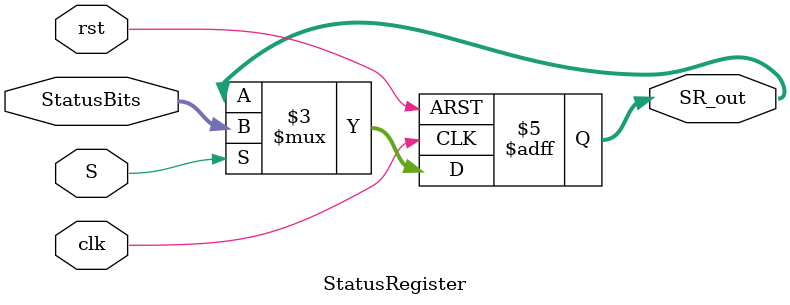
<source format=v>
module StatusRegister(clk, rst, S, StatusBits, SR_out);
    input clk, rst, S;
    input [3:0] StatusBits;
    output reg [3:0] SR_out;
    
    always @(negedge clk, posedge rst) begin
        if(rst)
            SR_out <= 4'b0;
        else if(S == 1'b1) SR_out <= StatusBits;
    end
endmodule
</source>
